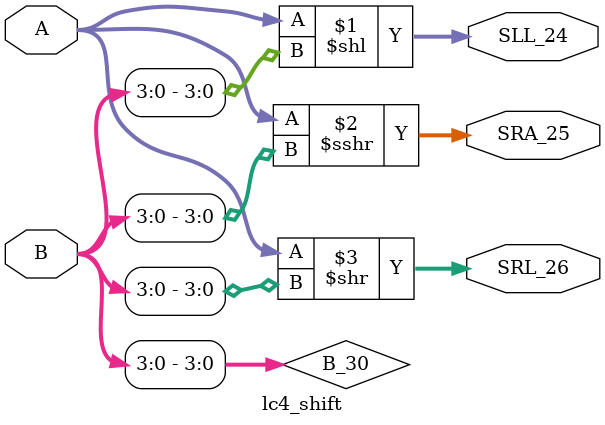
<source format=v>
module lc4_shift(input  wire [15:0] A, B,
               output wire [15:0] SLL_24, SRA_25, SRL_26);

    wire [3:0] B_30;

    assign B_30 = B[3:0];
    assign SLL_24 = A << B_30;
    assign SRA_25 = $signed(A) >>> B_30;
    assign SRL_26 = A >> B_30;

endmodule

</source>
